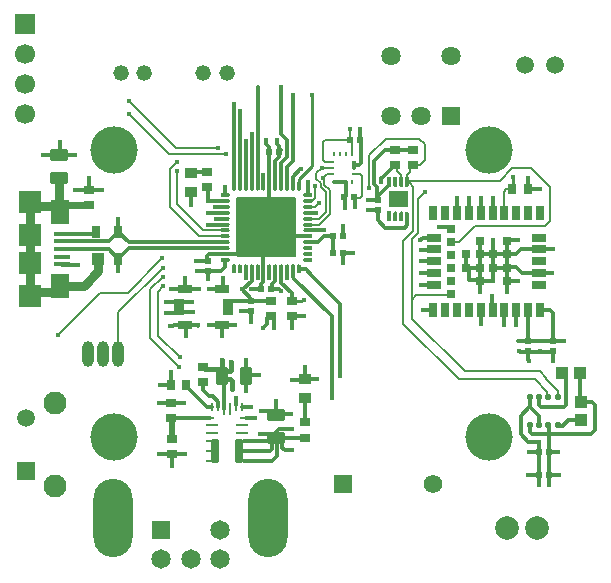
<source format=gtl>
G04*
G04 #@! TF.GenerationSoftware,Altium Limited,Altium Designer,20.2.8 (258)*
G04*
G04 Layer_Physical_Order=1*
G04 Layer_Color=255*
%FSLAX44Y44*%
%MOMM*%
G71*
G04*
G04 #@! TF.SameCoordinates,AB2164AD-3A94-489E-A7C9-C1E693429951*
G04*
G04*
G04 #@! TF.FilePolarity,Positive*
G04*
G01*
G75*
%ADD11C,0.2000*%
%ADD12C,0.2540*%
%ADD14C,0.3000*%
%ADD15R,0.5400X0.6000*%
%ADD16R,0.2499X0.4501*%
%ADD17R,0.4501X0.2499*%
%ADD18R,0.9500X1.4001*%
%ADD19R,1.1501X0.7501*%
%ADD20R,1.1501X0.7000*%
%ADD21R,0.7000X1.1501*%
%ADD22R,0.7000X0.7000*%
%ADD23R,0.9000X0.7000*%
G04:AMPARAMS|DCode=24|XSize=1.95mm|YSize=0.6mm|CornerRadius=0.03mm|HoleSize=0mm|Usage=FLASHONLY|Rotation=90.000|XOffset=0mm|YOffset=0mm|HoleType=Round|Shape=RoundedRectangle|*
%AMROUNDEDRECTD24*
21,1,1.9500,0.5400,0,0,90.0*
21,1,1.8900,0.6000,0,0,90.0*
1,1,0.0600,0.2700,0.9450*
1,1,0.0600,0.2700,-0.9450*
1,1,0.0600,-0.2700,-0.9450*
1,1,0.0600,-0.2700,0.9450*
%
%ADD24ROUNDEDRECTD24*%
G04:AMPARAMS|DCode=25|XSize=0.2499mm|YSize=0.7mm|CornerRadius=0.075mm|HoleSize=0mm|Usage=FLASHONLY|Rotation=0.000|XOffset=0mm|YOffset=0mm|HoleType=Round|Shape=RoundedRectangle|*
%AMROUNDEDRECTD25*
21,1,0.2499,0.5501,0,0,0.0*
21,1,0.1000,0.7000,0,0,0.0*
1,1,0.1500,0.0500,-0.2750*
1,1,0.1500,-0.0500,-0.2750*
1,1,0.1500,-0.0500,0.2750*
1,1,0.1500,0.0500,0.2750*
%
%ADD25ROUNDEDRECTD25*%
G04:AMPARAMS|DCode=26|XSize=0.2499mm|YSize=1.1001mm|CornerRadius=0.075mm|HoleSize=0mm|Usage=FLASHONLY|Rotation=0.000|XOffset=0mm|YOffset=0mm|HoleType=Round|Shape=RoundedRectangle|*
%AMROUNDEDRECTD26*
21,1,0.2499,0.9501,0,0,0.0*
21,1,0.1000,1.1001,0,0,0.0*
1,1,0.1500,0.0500,-0.4751*
1,1,0.1500,-0.0500,-0.4751*
1,1,0.1500,-0.0500,0.4751*
1,1,0.1500,0.0500,0.4751*
%
%ADD26ROUNDEDRECTD26*%
G04:AMPARAMS|DCode=27|XSize=0.2499mm|YSize=0.7mm|CornerRadius=0.075mm|HoleSize=0mm|Usage=FLASHONLY|Rotation=90.000|XOffset=0mm|YOffset=0mm|HoleType=Round|Shape=RoundedRectangle|*
%AMROUNDEDRECTD27*
21,1,0.2499,0.5501,0,0,90.0*
21,1,0.1000,0.7000,0,0,90.0*
1,1,0.1500,0.2750,0.0500*
1,1,0.1500,0.2750,-0.0500*
1,1,0.1500,-0.2750,-0.0500*
1,1,0.1500,-0.2750,0.0500*
%
%ADD27ROUNDEDRECTD27*%
G04:AMPARAMS|DCode=28|XSize=0.2499mm|YSize=1.1001mm|CornerRadius=0.075mm|HoleSize=0mm|Usage=FLASHONLY|Rotation=90.000|XOffset=0mm|YOffset=0mm|HoleType=Round|Shape=RoundedRectangle|*
%AMROUNDEDRECTD28*
21,1,0.2499,0.9501,0,0,90.0*
21,1,0.1000,1.1001,0,0,90.0*
1,1,0.1500,0.4751,0.0500*
1,1,0.1500,0.4751,-0.0500*
1,1,0.1500,-0.4751,-0.0500*
1,1,0.1500,-0.4751,0.0500*
%
%ADD28ROUNDEDRECTD28*%
G04:AMPARAMS|DCode=29|XSize=0.2799mm|YSize=0.65mm|CornerRadius=0.0042mm|HoleSize=0mm|Usage=FLASHONLY|Rotation=180.000|XOffset=0mm|YOffset=0mm|HoleType=Round|Shape=RoundedRectangle|*
%AMROUNDEDRECTD29*
21,1,0.2799,0.6416,0,0,180.0*
21,1,0.2715,0.6500,0,0,180.0*
1,1,0.0084,-0.1358,0.3208*
1,1,0.0084,0.1358,0.3208*
1,1,0.0084,0.1358,-0.3208*
1,1,0.0084,-0.1358,-0.3208*
%
%ADD29ROUNDEDRECTD29*%
G04:AMPARAMS|DCode=30|XSize=0.65mm|YSize=0.2799mm|CornerRadius=0.0042mm|HoleSize=0mm|Usage=FLASHONLY|Rotation=180.000|XOffset=0mm|YOffset=0mm|HoleType=Round|Shape=RoundedRectangle|*
%AMROUNDEDRECTD30*
21,1,0.6500,0.2715,0,0,180.0*
21,1,0.6416,0.2799,0,0,180.0*
1,1,0.0084,-0.3208,0.1358*
1,1,0.0084,0.3208,0.1358*
1,1,0.0084,0.3208,-0.1358*
1,1,0.0084,-0.3208,-0.1358*
%
%ADD30ROUNDEDRECTD30*%
G04:AMPARAMS|DCode=31|XSize=5mm|YSize=5mm|CornerRadius=0.075mm|HoleSize=0mm|Usage=FLASHONLY|Rotation=180.000|XOffset=0mm|YOffset=0mm|HoleType=Round|Shape=RoundedRectangle|*
%AMROUNDEDRECTD31*
21,1,5.0000,4.8500,0,0,180.0*
21,1,4.8500,5.0000,0,0,180.0*
1,1,0.1500,-2.4250,2.4250*
1,1,0.1500,2.4250,2.4250*
1,1,0.1500,2.4250,-2.4250*
1,1,0.1500,-2.4250,-2.4250*
%
%ADD31ROUNDEDRECTD31*%
G04:AMPARAMS|DCode=32|XSize=0.3mm|YSize=0.7mm|CornerRadius=0.0045mm|HoleSize=0mm|Usage=FLASHONLY|Rotation=0.000|XOffset=0mm|YOffset=0mm|HoleType=Round|Shape=RoundedRectangle|*
%AMROUNDEDRECTD32*
21,1,0.3000,0.6910,0,0,0.0*
21,1,0.2910,0.7000,0,0,0.0*
1,1,0.0090,0.1455,-0.3455*
1,1,0.0090,-0.1455,-0.3455*
1,1,0.0090,-0.1455,0.3455*
1,1,0.0090,0.1455,0.3455*
%
%ADD32ROUNDEDRECTD32*%
G04:AMPARAMS|DCode=33|XSize=0.3mm|YSize=0.8499mm|CornerRadius=0.0045mm|HoleSize=0mm|Usage=FLASHONLY|Rotation=0.000|XOffset=0mm|YOffset=0mm|HoleType=Round|Shape=RoundedRectangle|*
%AMROUNDEDRECTD33*
21,1,0.3000,0.8409,0,0,0.0*
21,1,0.2910,0.8499,0,0,0.0*
1,1,0.0090,0.1455,-0.4204*
1,1,0.0090,-0.1455,-0.4204*
1,1,0.0090,-0.1455,0.4204*
1,1,0.0090,0.1455,0.4204*
%
%ADD33ROUNDEDRECTD33*%
G04:AMPARAMS|DCode=34|XSize=1.6mm|YSize=1.4001mm|CornerRadius=0.021mm|HoleSize=0mm|Usage=FLASHONLY|Rotation=0.000|XOffset=0mm|YOffset=0mm|HoleType=Round|Shape=RoundedRectangle|*
%AMROUNDEDRECTD34*
21,1,1.6000,1.3581,0,0,0.0*
21,1,1.5579,1.4001,0,0,0.0*
1,1,0.0420,0.7790,-0.6790*
1,1,0.0420,-0.7790,-0.6790*
1,1,0.0420,-0.7790,0.6790*
1,1,0.0420,0.7790,0.6790*
%
%ADD34ROUNDEDRECTD34*%
G04:AMPARAMS|DCode=35|XSize=0.5mm|YSize=0.5mm|CornerRadius=0.0625mm|HoleSize=0mm|Usage=FLASHONLY|Rotation=90.000|XOffset=0mm|YOffset=0mm|HoleType=Round|Shape=RoundedRectangle|*
%AMROUNDEDRECTD35*
21,1,0.5000,0.3750,0,0,90.0*
21,1,0.3750,0.5000,0,0,90.0*
1,1,0.1250,0.1875,0.1875*
1,1,0.1250,0.1875,-0.1875*
1,1,0.1250,-0.1875,-0.1875*
1,1,0.1250,-0.1875,0.1875*
%
%ADD35ROUNDEDRECTD35*%
G04:AMPARAMS|DCode=36|XSize=2.1001mm|YSize=1.6mm|CornerRadius=0.024mm|HoleSize=0mm|Usage=FLASHONLY|Rotation=90.000|XOffset=0mm|YOffset=0mm|HoleType=Round|Shape=RoundedRectangle|*
%AMROUNDEDRECTD36*
21,1,2.1001,1.5520,0,0,90.0*
21,1,2.0521,1.6000,0,0,90.0*
1,1,0.0480,0.7760,1.0260*
1,1,0.0480,0.7760,-1.0260*
1,1,0.0480,-0.7760,-1.0260*
1,1,0.0480,-0.7760,1.0260*
%
%ADD36ROUNDEDRECTD36*%
G04:AMPARAMS|DCode=37|XSize=1.8001mm|YSize=1.8999mm|CornerRadius=0.027mm|HoleSize=0mm|Usage=FLASHONLY|Rotation=90.000|XOffset=0mm|YOffset=0mm|HoleType=Round|Shape=RoundedRectangle|*
%AMROUNDEDRECTD37*
21,1,1.8001,1.8459,0,0,90.0*
21,1,1.7461,1.8999,0,0,90.0*
1,1,0.0540,0.9230,0.8730*
1,1,0.0540,0.9230,-0.8730*
1,1,0.0540,-0.9230,-0.8730*
1,1,0.0540,-0.9230,0.8730*
%
%ADD37ROUNDEDRECTD37*%
G04:AMPARAMS|DCode=38|XSize=1.8999mm|YSize=1.8999mm|CornerRadius=0.0285mm|HoleSize=0mm|Usage=FLASHONLY|Rotation=90.000|XOffset=0mm|YOffset=0mm|HoleType=Round|Shape=RoundedRectangle|*
%AMROUNDEDRECTD38*
21,1,1.8999,1.8429,0,0,90.0*
21,1,1.8429,1.8999,0,0,90.0*
1,1,0.0570,0.9215,0.9215*
1,1,0.0570,0.9215,-0.9215*
1,1,0.0570,-0.9215,-0.9215*
1,1,0.0570,-0.9215,0.9215*
%
%ADD38ROUNDEDRECTD38*%
G04:AMPARAMS|DCode=39|XSize=0.4001mm|YSize=1.35mm|CornerRadius=0.006mm|HoleSize=0mm|Usage=FLASHONLY|Rotation=90.000|XOffset=0mm|YOffset=0mm|HoleType=Round|Shape=RoundedRectangle|*
%AMROUNDEDRECTD39*
21,1,0.4001,1.3380,0,0,90.0*
21,1,0.3881,1.3500,0,0,90.0*
1,1,0.0120,0.6690,0.1940*
1,1,0.0120,0.6690,-0.1940*
1,1,0.0120,-0.6690,-0.1940*
1,1,0.0120,-0.6690,0.1940*
%
%ADD39ROUNDEDRECTD39*%
G04:AMPARAMS|DCode=40|XSize=1mm|YSize=1mm|CornerRadius=0.015mm|HoleSize=0mm|Usage=FLASHONLY|Rotation=90.000|XOffset=0mm|YOffset=0mm|HoleType=Round|Shape=RoundedRectangle|*
%AMROUNDEDRECTD40*
21,1,1.0000,0.9700,0,0,90.0*
21,1,0.9700,1.0000,0,0,90.0*
1,1,0.0300,0.4850,0.4850*
1,1,0.0300,0.4850,-0.4850*
1,1,0.0300,-0.4850,-0.4850*
1,1,0.0300,-0.4850,0.4850*
%
%ADD40ROUNDEDRECTD40*%
G04:AMPARAMS|DCode=41|XSize=1mm|YSize=0.6mm|CornerRadius=0.009mm|HoleSize=0mm|Usage=FLASHONLY|Rotation=90.000|XOffset=0mm|YOffset=0mm|HoleType=Round|Shape=RoundedRectangle|*
%AMROUNDEDRECTD41*
21,1,1.0000,0.5820,0,0,90.0*
21,1,0.9820,0.6000,0,0,90.0*
1,1,0.0180,0.2910,0.4910*
1,1,0.0180,0.2910,-0.4910*
1,1,0.0180,-0.2910,-0.4910*
1,1,0.0180,-0.2910,0.4910*
%
%ADD41ROUNDEDRECTD41*%
G04:AMPARAMS|DCode=42|XSize=0.8999mm|YSize=0.95mm|CornerRadius=0.0135mm|HoleSize=0mm|Usage=FLASHONLY|Rotation=270.000|XOffset=0mm|YOffset=0mm|HoleType=Round|Shape=RoundedRectangle|*
%AMROUNDEDRECTD42*
21,1,0.8999,0.9230,0,0,270.0*
21,1,0.8729,0.9500,0,0,270.0*
1,1,0.0270,-0.4615,-0.4365*
1,1,0.0270,-0.4615,0.4365*
1,1,0.0270,0.4615,0.4365*
1,1,0.0270,0.4615,-0.4365*
%
%ADD42ROUNDEDRECTD42*%
G04:AMPARAMS|DCode=43|XSize=0.95mm|YSize=1.4501mm|CornerRadius=0.0143mm|HoleSize=0mm|Usage=FLASHONLY|Rotation=90.000|XOffset=0mm|YOffset=0mm|HoleType=Round|Shape=RoundedRectangle|*
%AMROUNDEDRECTD43*
21,1,0.9500,1.4216,0,0,90.0*
21,1,0.9215,1.4501,0,0,90.0*
1,1,0.0285,0.7108,0.4607*
1,1,0.0285,0.7108,-0.4607*
1,1,0.0285,-0.7108,-0.4607*
1,1,0.0285,-0.7108,0.4607*
%
%ADD43ROUNDEDRECTD43*%
G04:AMPARAMS|DCode=44|XSize=0.95mm|YSize=1.4501mm|CornerRadius=0.0143mm|HoleSize=0mm|Usage=FLASHONLY|Rotation=180.000|XOffset=0mm|YOffset=0mm|HoleType=Round|Shape=RoundedRectangle|*
%AMROUNDEDRECTD44*
21,1,0.9500,1.4216,0,0,180.0*
21,1,0.9215,1.4501,0,0,180.0*
1,1,0.0285,-0.4607,0.7108*
1,1,0.0285,0.4607,0.7108*
1,1,0.0285,0.4607,-0.7108*
1,1,0.0285,-0.4607,-0.7108*
%
%ADD44ROUNDEDRECTD44*%
%ADD45R,0.6000X0.5400*%
%ADD46R,0.7000X0.9000*%
%ADD47R,1.0200X1.0400*%
%ADD48R,1.0400X1.0200*%
%ADD83C,1.5748*%
%ADD84R,1.5748X1.5748*%
%ADD87C,1.3208*%
%ADD91C,0.4000*%
%ADD92C,0.8000*%
%ADD93C,0.5000*%
%ADD94C,0.6000*%
%ADD95C,1.7000*%
%ADD96R,1.7000X1.7000*%
%ADD97C,2.0000*%
%ADD98C,1.5000*%
%ADD99C,1.9500*%
%ADD100R,1.5080X1.5080*%
%ADD101C,1.5080*%
%ADD102O,3.3160X6.6320*%
%ADD103C,1.6500*%
%ADD104R,1.6500X1.6500*%
%ADD105R,1.6350X1.6350*%
%ADD106C,1.6350*%
%ADD107O,1.0000X2.2000*%
%ADD108C,4.0000*%
%ADD109C,0.4000*%
G36*
X659750Y524250D02*
Y523971D01*
X659537Y523457D01*
X659143Y523063D01*
X658629Y522850D01*
X657871D01*
X657357Y523063D01*
X656963Y523457D01*
X656750Y523971D01*
Y524250D01*
Y531250D01*
X659750D01*
Y524250D01*
D02*
G37*
G36*
X654751D02*
Y523971D01*
X654538Y523457D01*
X654144Y523063D01*
X653630Y522850D01*
X652872D01*
X652358Y523063D01*
X651964Y523457D01*
X651751Y523971D01*
Y524250D01*
Y531250D01*
X654751D01*
Y524250D01*
D02*
G37*
G36*
X649750D02*
Y523971D01*
X649537Y523457D01*
X649143Y523063D01*
X648629Y522850D01*
X647871D01*
X647357Y523063D01*
X646963Y523457D01*
X646750Y523971D01*
Y524250D01*
Y531250D01*
X649750D01*
Y524250D01*
D02*
G37*
G36*
X644751D02*
Y523971D01*
X644538Y523457D01*
X644144Y523063D01*
X643630Y522850D01*
X642872D01*
X642358Y523063D01*
X641964Y523457D01*
X641751Y523971D01*
Y524250D01*
Y531250D01*
X644751D01*
Y524250D01*
D02*
G37*
G36*
X567599Y520348D02*
Y520180D01*
X567470Y519868D01*
X567231Y519629D01*
X566920Y519500D01*
X566751D01*
X566582Y519500D01*
X566269Y519629D01*
X566030Y519867D01*
X565900Y520179D01*
X565900Y520348D01*
X565900Y520348D01*
Y526749D01*
X567599D01*
Y520348D01*
D02*
G37*
G36*
X562600Y520348D02*
X562600Y520179D01*
X562470Y519867D01*
X562231Y519629D01*
X561918Y519500D01*
X561749Y519500D01*
X561581Y519500D01*
X561269Y519629D01*
X561030Y519868D01*
X560901Y520180D01*
Y520348D01*
Y526749D01*
X562600D01*
Y520348D01*
D02*
G37*
G36*
X557599Y520348D02*
Y520180D01*
X557470Y519868D01*
X557231Y519629D01*
X556920Y519500D01*
X556751D01*
X556582Y519500D01*
X556269Y519629D01*
X556030Y519867D01*
X555900Y520179D01*
X555900Y520348D01*
X555900Y520348D01*
Y526749D01*
X557599D01*
Y520348D01*
D02*
G37*
G36*
X552600Y520348D02*
X552600Y520179D01*
X552470Y519867D01*
X552231Y519629D01*
X551918Y519500D01*
X551749Y519500D01*
X551581Y519500D01*
X551269Y519629D01*
X551030Y519868D01*
X550901Y520180D01*
Y520348D01*
Y526749D01*
X552600D01*
Y520348D01*
D02*
G37*
G36*
X547599Y520348D02*
Y520180D01*
X547470Y519868D01*
X547231Y519629D01*
X546920Y519500D01*
X546751D01*
X546582Y519500D01*
X546269Y519629D01*
X546030Y519867D01*
X545900Y520179D01*
X545900Y520348D01*
X545900Y520348D01*
Y526749D01*
X547599D01*
Y520348D01*
D02*
G37*
G36*
X542600Y520348D02*
X542600Y520179D01*
X542470Y519867D01*
X542231Y519629D01*
X541918Y519500D01*
X541749Y519500D01*
X541581Y519500D01*
X541269Y519629D01*
X541030Y519868D01*
X540901Y520180D01*
Y520348D01*
Y526749D01*
X542600D01*
Y520348D01*
D02*
G37*
G36*
X537599Y520348D02*
Y520180D01*
X537470Y519868D01*
X537231Y519629D01*
X536920Y519500D01*
X536751D01*
X536582Y519500D01*
X536269Y519629D01*
X536030Y519867D01*
X535900Y520179D01*
X535900Y520348D01*
X535900Y520348D01*
Y526749D01*
X537599D01*
Y520348D01*
D02*
G37*
G36*
X532600Y520348D02*
X532600Y520179D01*
X532470Y519867D01*
X532231Y519629D01*
X531918Y519500D01*
X531749Y519500D01*
X531581Y519500D01*
X531269Y519629D01*
X531030Y519868D01*
X530901Y520180D01*
Y520348D01*
Y526749D01*
X532600D01*
Y520348D01*
D02*
G37*
G36*
X527599Y520348D02*
Y520180D01*
X527470Y519868D01*
X527231Y519629D01*
X526920Y519500D01*
X526751D01*
X526582Y519500D01*
X526269Y519629D01*
X526030Y519867D01*
X525900Y520179D01*
X525900Y520348D01*
X525900Y520348D01*
Y526749D01*
X527599D01*
Y520348D01*
D02*
G37*
G36*
X522600Y520348D02*
X522600Y520179D01*
X522470Y519867D01*
X522231Y519629D01*
X521918Y519500D01*
X521750Y519500D01*
X521581Y519500D01*
X521269Y519629D01*
X521030Y519868D01*
X520901Y520180D01*
Y520348D01*
Y526749D01*
X522600D01*
Y520348D01*
D02*
G37*
G36*
X517599Y520348D02*
Y520180D01*
X517470Y519868D01*
X517231Y519629D01*
X516920Y519500D01*
X516751D01*
X516582Y519500D01*
X516269Y519629D01*
X516030Y519867D01*
X515900Y520179D01*
X515900Y520348D01*
X515900Y520348D01*
Y526749D01*
X517599D01*
Y520348D01*
D02*
G37*
G36*
X512600Y520348D02*
X512600Y520179D01*
X512470Y519867D01*
X512231Y519629D01*
X511919Y519500D01*
X511750Y519500D01*
X511581Y519500D01*
X511269Y519629D01*
X511030Y519868D01*
X510901Y520180D01*
Y520348D01*
Y526749D01*
X512600D01*
Y520348D01*
D02*
G37*
G36*
X577500Y515149D02*
X571099Y515149D01*
X570930Y515149D01*
X570618Y515279D01*
X570379Y515518D01*
X570251Y515831D01*
X570251Y516000D01*
X570251Y516169D01*
X570380Y516480D01*
X570619Y516719D01*
X570930Y516848D01*
X577500D01*
Y515149D01*
D02*
G37*
G36*
X507882Y516719D02*
X508120Y516480D01*
X508249Y516169D01*
Y516000D01*
X508250Y515831D01*
X508121Y515518D01*
X507882Y515279D01*
X507570Y515149D01*
X507401Y515149D01*
Y515149D01*
X501000D01*
Y516848D01*
X507570D01*
X507882Y516719D01*
D02*
G37*
G36*
X577500Y510150D02*
X570930D01*
X570619Y510279D01*
X570380Y510518D01*
X570251Y510830D01*
Y510999D01*
X570251Y511168D01*
X570379Y511480D01*
X570618Y511720D01*
X570930Y511849D01*
X571099Y511850D01*
X577500D01*
Y510150D01*
D02*
G37*
G36*
X507570Y511849D02*
X507882Y511720D01*
X508121Y511480D01*
X508250Y511168D01*
X508249Y510999D01*
Y510830D01*
X508120Y510518D01*
X507882Y510279D01*
X507570Y510150D01*
X501000D01*
Y511850D01*
X507401D01*
X507570Y511849D01*
D02*
G37*
G36*
X658752Y505500D02*
X642750D01*
Y519500D01*
X658752D01*
Y505500D01*
D02*
G37*
G36*
X577500Y505149D02*
X571099Y505149D01*
X570930Y505149D01*
X570618Y505279D01*
X570379Y505518D01*
X570251Y505831D01*
X570251Y506000D01*
X570251Y506169D01*
X570380Y506480D01*
X570619Y506719D01*
X570930Y506848D01*
X577500D01*
Y505149D01*
D02*
G37*
G36*
X507882Y506719D02*
X508120Y506480D01*
X508249Y506169D01*
Y506000D01*
X508250Y505831D01*
X508121Y505518D01*
X507882Y505279D01*
X507570Y505149D01*
X507401Y505149D01*
Y505149D01*
X501000D01*
Y506848D01*
X507570D01*
X507882Y506719D01*
D02*
G37*
G36*
X577500Y500150D02*
X570930D01*
X570619Y500280D01*
X570380Y500518D01*
X570251Y500830D01*
Y500999D01*
X570251Y501168D01*
X570379Y501480D01*
X570618Y501720D01*
X570930Y501849D01*
X571099Y501850D01*
X577500D01*
Y500150D01*
D02*
G37*
G36*
X507570Y501849D02*
X507882Y501720D01*
X508121Y501480D01*
X508250Y501168D01*
X508249Y500999D01*
Y500830D01*
X508120Y500518D01*
X507882Y500280D01*
X507570Y500150D01*
X501000D01*
Y501850D01*
X507401D01*
X507570Y501849D01*
D02*
G37*
G36*
X577500Y495149D02*
X571099Y495149D01*
X570930Y495149D01*
X570618Y495279D01*
X570379Y495518D01*
X570251Y495831D01*
X570251Y496000D01*
X570251Y496169D01*
X570380Y496480D01*
X570619Y496719D01*
X570930Y496848D01*
X577500D01*
Y495149D01*
D02*
G37*
G36*
X507882Y496719D02*
X508120Y496480D01*
X508249Y496169D01*
Y496000D01*
X508250Y495831D01*
X508121Y495518D01*
X507882Y495279D01*
X507570Y495149D01*
X507401Y495149D01*
Y495149D01*
X501000D01*
Y496848D01*
X507570D01*
X507882Y496719D01*
D02*
G37*
G36*
X644782Y493767D02*
X641734D01*
Y502276D01*
X644782D01*
Y493767D01*
D02*
G37*
G36*
X659143Y501936D02*
X659537Y501543D01*
X659750Y501028D01*
Y500750D01*
Y493750D01*
X656750D01*
Y500750D01*
Y501028D01*
X656963Y501543D01*
X657357Y501936D01*
X657871Y502149D01*
X658629D01*
X659143Y501936D01*
D02*
G37*
G36*
X654144D02*
X654538Y501543D01*
X654751Y501028D01*
Y500750D01*
Y493750D01*
X651751D01*
Y500750D01*
Y501028D01*
X651964Y501543D01*
X652358Y501936D01*
X652872Y502149D01*
X653630D01*
X654144Y501936D01*
D02*
G37*
G36*
X649143D02*
X649537Y501543D01*
X649750Y501028D01*
Y500750D01*
Y493750D01*
X646750D01*
Y500750D01*
Y501028D01*
X646963Y501543D01*
X647357Y501936D01*
X647871Y502149D01*
X648629D01*
X649143Y501936D01*
D02*
G37*
G36*
X577500Y490150D02*
X570930D01*
X570619Y490280D01*
X570380Y490518D01*
X570251Y490830D01*
Y490999D01*
X570251Y491168D01*
X570379Y491480D01*
X570618Y491720D01*
X570930Y491849D01*
X571099Y491850D01*
X577500D01*
Y490150D01*
D02*
G37*
G36*
X507570Y491849D02*
X507882Y491720D01*
X508121Y491480D01*
X508250Y491168D01*
X508249Y490999D01*
Y490830D01*
X508120Y490518D01*
X507882Y490280D01*
X507570Y490150D01*
X501000D01*
Y491850D01*
X507401D01*
X507570Y491849D01*
D02*
G37*
G36*
X577500Y485149D02*
X571099Y485149D01*
X570930Y485149D01*
X570618Y485279D01*
X570379Y485518D01*
X570251Y485831D01*
X570251Y486000D01*
X570251Y486169D01*
X570380Y486480D01*
X570619Y486719D01*
X570930Y486848D01*
X577500D01*
Y485149D01*
D02*
G37*
G36*
X507882Y486719D02*
X508120Y486480D01*
X508249Y486169D01*
Y486000D01*
X508250Y485831D01*
X508121Y485518D01*
X507882Y485279D01*
X507570Y485149D01*
X507401Y485149D01*
Y485149D01*
X501000D01*
Y486848D01*
X507570D01*
X507882Y486719D01*
D02*
G37*
G36*
X577500Y480150D02*
X570930D01*
X570619Y480280D01*
X570380Y480518D01*
X570251Y480830D01*
Y480999D01*
X570251Y481168D01*
X570379Y481480D01*
X570618Y481720D01*
X570930Y481849D01*
X571099Y481850D01*
X577500D01*
Y480150D01*
D02*
G37*
G36*
X507570Y481849D02*
X507882Y481720D01*
X508121Y481480D01*
X508250Y481168D01*
X508249Y480999D01*
Y480830D01*
X508120Y480518D01*
X507882Y480280D01*
X507570Y480150D01*
X501000D01*
Y481850D01*
X507401D01*
X507570Y481849D01*
D02*
G37*
G36*
X577500Y475149D02*
X571099Y475149D01*
X570930Y475149D01*
X570618Y475279D01*
X570379Y475518D01*
X570251Y475831D01*
X570251Y476000D01*
X570251Y476169D01*
X570380Y476481D01*
X570619Y476719D01*
X570930Y476848D01*
X577500D01*
Y475149D01*
D02*
G37*
G36*
X507882Y476719D02*
X508120Y476481D01*
X508249Y476169D01*
Y476000D01*
X508250Y475831D01*
X508121Y475518D01*
X507882Y475279D01*
X507570Y475149D01*
X507401Y475149D01*
Y475149D01*
X501000D01*
Y476848D01*
X507570D01*
X507882Y476719D01*
D02*
G37*
G36*
X577500Y470150D02*
X570930D01*
X570619Y470280D01*
X570380Y470518D01*
X570251Y470830D01*
Y470999D01*
X570251Y471168D01*
X570379Y471480D01*
X570618Y471720D01*
X570930Y471849D01*
X571099Y471850D01*
X577500D01*
Y470150D01*
D02*
G37*
G36*
X507570Y471849D02*
X507882Y471720D01*
X508121Y471480D01*
X508250Y471168D01*
X508249Y470999D01*
Y470830D01*
X508120Y470518D01*
X507882Y470280D01*
X507570Y470150D01*
X501000D01*
Y471850D01*
X507401D01*
X507570Y471849D01*
D02*
G37*
G36*
X577500Y465149D02*
X571150D01*
X571099Y465149D01*
X570930Y465149D01*
X570618Y465279D01*
X570379Y465519D01*
X570251Y465831D01*
X570251Y466000D01*
X570251Y466169D01*
X570380Y466481D01*
X570619Y466719D01*
X570930Y466848D01*
X577500D01*
Y465149D01*
D02*
G37*
G36*
X507882Y466719D02*
X508120Y466481D01*
X508249Y466169D01*
Y466000D01*
X508250Y465831D01*
X508121Y465519D01*
X507882Y465279D01*
X507570Y465149D01*
X507401Y465149D01*
Y465149D01*
X501000D01*
Y466848D01*
X507570D01*
X507882Y466719D01*
D02*
G37*
G36*
X564500Y463249D02*
X514000D01*
Y513750D01*
X564500D01*
Y463249D01*
D02*
G37*
G36*
X577500Y460150D02*
X570930D01*
X570619Y460280D01*
X570380Y460518D01*
X570251Y460830D01*
Y460999D01*
X570251Y461168D01*
X570379Y461480D01*
X570618Y461720D01*
X570930Y461849D01*
X571099Y461850D01*
X577500D01*
Y460150D01*
D02*
G37*
G36*
X507570Y461849D02*
X507882Y461720D01*
X508121Y461480D01*
X508250Y461168D01*
X508249Y460999D01*
Y460830D01*
X508120Y460518D01*
X507882Y460280D01*
X507570Y460150D01*
X501000D01*
Y461850D01*
X507401D01*
X507570Y461849D01*
D02*
G37*
G36*
X566751Y457499D02*
X566920D01*
X567231Y457369D01*
X567470Y457131D01*
X567599Y456819D01*
Y456650D01*
Y450249D01*
X565900D01*
X565900Y456650D01*
X565900Y456819D01*
X566030Y457131D01*
X566269Y457370D01*
X566582Y457499D01*
X566751Y457499D01*
D02*
G37*
G36*
X562231Y457370D02*
X562470Y457131D01*
X562600Y456819D01*
X562600Y456650D01*
Y450249D01*
X560901D01*
Y456650D01*
Y456819D01*
X561030Y457131D01*
X561269Y457369D01*
X561581Y457499D01*
X561749D01*
X561918Y457499D01*
X562231Y457370D01*
D02*
G37*
G36*
X556751Y457499D02*
X556920D01*
X557231Y457369D01*
X557470Y457131D01*
X557599Y456819D01*
Y456650D01*
Y450249D01*
X555900D01*
X555900Y456650D01*
X555900Y456819D01*
X556030Y457131D01*
X556269Y457370D01*
X556582Y457499D01*
X556751Y457499D01*
D02*
G37*
G36*
X552231Y457370D02*
X552470Y457131D01*
X552600Y456819D01*
X552600Y456650D01*
Y450249D01*
X550901D01*
Y456650D01*
Y456819D01*
X551030Y457131D01*
X551269Y457369D01*
X551581Y457499D01*
X551749D01*
X551918Y457499D01*
X552231Y457370D01*
D02*
G37*
G36*
X546751Y457499D02*
X546920D01*
X547231Y457369D01*
X547470Y457131D01*
X547599Y456819D01*
Y456650D01*
Y450249D01*
X545900D01*
X545900Y456650D01*
X545900Y456819D01*
X546030Y457131D01*
X546269Y457370D01*
X546582Y457499D01*
X546751Y457499D01*
D02*
G37*
G36*
X542231Y457370D02*
X542470Y457131D01*
X542600Y456819D01*
X542600Y456650D01*
Y450249D01*
X540901D01*
Y456650D01*
Y456819D01*
X541030Y457131D01*
X541269Y457369D01*
X541581Y457499D01*
X541749D01*
X541918Y457499D01*
X542231Y457370D01*
D02*
G37*
G36*
X536751Y457499D02*
X536920D01*
X537231Y457369D01*
X537470Y457131D01*
X537599Y456819D01*
Y456650D01*
Y450249D01*
X535900D01*
X535900Y456650D01*
X535900Y456819D01*
X536030Y457131D01*
X536269Y457370D01*
X536582Y457499D01*
X536751Y457499D01*
D02*
G37*
G36*
X532231Y457370D02*
X532470Y457131D01*
X532600Y456819D01*
X532600Y456650D01*
Y450249D01*
X530901D01*
Y456650D01*
Y456819D01*
X531030Y457131D01*
X531269Y457369D01*
X531581Y457499D01*
X531749D01*
X531918Y457499D01*
X532231Y457370D01*
D02*
G37*
G36*
X526751Y457499D02*
X526920D01*
X527231Y457369D01*
X527470Y457131D01*
X527599Y456819D01*
Y456650D01*
Y450249D01*
X525900D01*
X525900Y456650D01*
X525900Y456819D01*
X526030Y457131D01*
X526269Y457370D01*
X526582Y457499D01*
X526751Y457499D01*
D02*
G37*
G36*
X522231Y457370D02*
X522470Y457131D01*
X522600Y456819D01*
X522600Y456650D01*
Y450249D01*
X520901D01*
Y456650D01*
Y456819D01*
X521030Y457131D01*
X521269Y457369D01*
X521581Y457499D01*
X521749D01*
X521918Y457499D01*
X522231Y457370D01*
D02*
G37*
G36*
X516751Y457499D02*
X516920D01*
X517231Y457369D01*
X517470Y457131D01*
X517599Y456819D01*
Y456650D01*
Y450249D01*
X515900D01*
X515900Y456650D01*
X515900Y456819D01*
X516030Y457131D01*
X516269Y457370D01*
X516582Y457499D01*
X516751Y457499D01*
D02*
G37*
G36*
X512231Y457370D02*
X512470Y457131D01*
X512600Y456819D01*
X512600Y456650D01*
Y450249D01*
X510901D01*
Y456650D01*
Y456819D01*
X511030Y457131D01*
X511269Y457369D01*
X511581Y457499D01*
X511749D01*
X511919Y457499D01*
X512231Y457370D01*
D02*
G37*
D11*
X590250Y534000D02*
X593250D01*
X587000Y530500D02*
Y530750D01*
X590250Y534000D01*
X586750Y530500D02*
X588250Y529000D01*
X581500Y529750D02*
X585250Y526000D01*
X581500Y529750D02*
Y534250D01*
X586000Y538750D01*
X662500Y478500D02*
X667750Y483750D01*
X610250Y570500D02*
Y571500D01*
X610215Y570465D02*
X610250Y570500D01*
X576250Y511000D02*
X578250D01*
X580750Y513500D02*
Y523500D01*
X578250Y511000D02*
X580750Y513500D01*
X584000Y509250D02*
Y509500D01*
X574250Y506250D02*
X574500Y506000D01*
X580750D02*
X584000Y509250D01*
X413950Y417200D02*
X451272Y454522D01*
X742500Y520750D02*
X747750D01*
X503500Y481250D02*
X503750Y481000D01*
X482500Y481250D02*
X503500D01*
X457750Y506000D02*
X482500Y481250D01*
X457750Y506000D02*
Y538250D01*
X463500Y544000D01*
X485500Y486000D02*
X502500D01*
X463500Y508000D02*
X485500Y486000D01*
X463500Y508000D02*
Y536000D01*
X475250Y534500D02*
X476250Y535500D01*
X489500Y511500D02*
X489750Y511250D01*
X456750Y550750D02*
X463000D01*
X505250D01*
X666250Y431250D02*
X696000D01*
X463000Y555500D02*
X498250D01*
X588250Y524421D02*
Y529000D01*
X536750Y523750D02*
X537000Y523500D01*
X440750Y436000D02*
X451522Y446772D01*
X440750Y394750D02*
Y436000D01*
X447250Y434250D02*
X451522Y438522D01*
X447250Y397000D02*
Y434250D01*
Y397000D02*
X465750Y378500D01*
X451272Y454272D02*
Y454522D01*
X413950Y381700D02*
Y417200D01*
X421750Y433250D02*
X450362Y461862D01*
X398500Y433250D02*
X421750D01*
X363000Y397750D02*
X398500Y433250D01*
X521500Y524250D02*
X521750Y524500D01*
X526500Y523750D02*
X526750Y524000D01*
X422750Y595750D02*
X463000Y555500D01*
X440750Y394750D02*
X465500Y370000D01*
X423000Y584500D02*
X456750Y550750D01*
X626500Y522000D02*
Y549750D01*
X640500Y563750D01*
X668750D01*
X673250Y559250D01*
Y545500D02*
Y559250D01*
X669000Y541250D02*
X673250Y545500D01*
X663000Y541250D02*
X669000D01*
X667750Y483750D02*
Y512750D01*
X673500Y518500D01*
X673500D02*
X673500D01*
X649500Y536500D02*
Y539750D01*
Y536500D02*
X653250Y532750D01*
Y527750D02*
Y532750D01*
X661000Y535750D02*
Y540000D01*
X658251Y533001D02*
X661000Y535750D01*
X658251Y527750D02*
Y533001D01*
X736750Y527750D02*
X747500Y538500D01*
X658251Y527750D02*
X736750D01*
X658500Y525750D02*
X660750D01*
X663500Y523000D01*
Y485250D02*
Y523000D01*
X658251Y525999D02*
Y527750D01*
X655250Y477000D02*
X663500Y485250D01*
X662500Y427500D02*
Y478500D01*
X655250Y407000D02*
Y477000D01*
X662500Y411250D02*
Y427500D01*
X763500Y538500D02*
X779000Y523000D01*
X775250Y490000D02*
X779000Y493750D01*
Y523000D01*
X716000Y490000D02*
X775250D01*
X702500Y476500D02*
X716000Y490000D01*
X747500Y538500D02*
X763500D01*
X740670Y518920D02*
X742500Y520750D01*
X740670Y501139D02*
Y518920D01*
X655250Y407000D02*
X702250Y360000D01*
X662500Y411250D02*
X707000Y366750D01*
X770500D01*
X702250Y360000D02*
X766250D01*
X777126Y349124D01*
X662500Y427500D02*
X666250Y431250D01*
X770500Y366750D02*
X776250Y361000D01*
X585250Y523178D02*
X589750Y518678D01*
X585250Y523178D02*
Y526000D01*
X588250Y524421D02*
X592750Y519921D01*
X586000Y538750D02*
X586250Y538500D01*
X586000Y538750D02*
X594500D01*
X583750Y491000D02*
X592750Y500000D01*
X576250Y491000D02*
X583750D01*
X592750Y500000D02*
Y519921D01*
X576000Y496000D02*
X583750D01*
X589750Y502000D01*
Y518678D01*
X697000Y476500D02*
X702500D01*
X696250Y477250D02*
X697000Y476500D01*
X777126Y345874D02*
X778000Y345000D01*
X777126Y345874D02*
Y349124D01*
X776250Y360114D02*
X786000Y350364D01*
Y345000D02*
Y350364D01*
X776250Y360114D02*
Y361000D01*
X504000Y516399D02*
X504150Y516250D01*
X504250D01*
X574500Y506000D02*
X580750D01*
X594500Y533749D02*
X594749Y533999D01*
X594500Y538750D02*
X594749Y539000D01*
X609250Y562750D02*
X609500Y563000D01*
X589257Y562750D02*
X609250D01*
X587500Y545759D02*
Y560993D01*
X589257Y562750D01*
Y544001D02*
X594749D01*
X587500Y545759D02*
X589257Y544001D01*
X610000Y563750D02*
X610215Y563965D01*
Y570465D01*
X653250Y527750D02*
X653250Y527750D01*
X620250Y515257D02*
Y532241D01*
X615250Y513500D02*
X618493D01*
X620250Y515257D01*
X613251Y533999D02*
X618493D01*
X620250Y532241D01*
X611501Y550750D02*
Y561749D01*
D12*
X569750Y426750D02*
X571000D01*
X569625Y426625D02*
X569750Y426750D01*
X577500Y540250D02*
Y600750D01*
X566751Y529501D02*
X577500Y540250D01*
X566751Y523749D02*
Y529501D01*
X561500Y426500D02*
X561625Y426625D01*
X569625D01*
X747625Y522875D02*
Y529875D01*
D14*
X414000Y451750D02*
Y461000D01*
Y451750D02*
Y461000D01*
X405750Y470250D02*
X414000Y462000D01*
X413750Y494500D02*
X414000Y494250D01*
Y485002D02*
Y494250D01*
X479500Y460250D02*
X488750D01*
X489000Y460500D01*
X423003Y476000D02*
X504000D01*
X414000Y485002D02*
X423003Y476000D01*
X422999Y470999D02*
X504000D01*
X414000Y462000D02*
X422999Y470999D01*
X366000Y470250D02*
X405750D01*
X405748Y476750D02*
X414000Y485002D01*
X366000Y476750D02*
X405748D01*
X560750Y413250D02*
X561250Y412750D01*
X561750Y413250D02*
X562000Y413500D01*
X571000D01*
X458000Y405500D02*
X460500D01*
X632500Y513320D02*
Y523000D01*
X630000Y525500D02*
Y545000D01*
Y525500D02*
X632500Y523000D01*
X636250Y526750D02*
Y530000D01*
X630000Y545000D02*
X639500Y554500D01*
X636250Y530000D02*
X637000Y530750D01*
X639500Y554500D02*
X663750D01*
X633750Y512070D02*
Y515000D01*
X536750Y523750D02*
Y532750D01*
X531750Y523750D02*
Y607250D01*
X760750Y279000D02*
X762500D01*
X750750Y406000D02*
Y408580D01*
X740750Y406250D02*
Y408080D01*
X740500Y408330D02*
X740750Y408080D01*
X720750Y406500D02*
Y408500D01*
X475500Y507250D02*
Y518250D01*
X561250Y359750D02*
X563133D01*
X563191Y359691D01*
X571750Y361250D02*
Y370000D01*
Y361250D02*
X572000Y361000D01*
X581001Y360000D02*
X582250D01*
X580876Y360126D02*
X581001Y360000D01*
X522250Y369500D02*
Y376250D01*
Y369500D02*
X522500Y369250D01*
X489090Y451590D02*
X489500Y452000D01*
X489625Y451375D02*
X489930Y451680D01*
X489410Y451590D02*
X489500Y451500D01*
X488750D02*
X489000Y451750D01*
X480250Y451500D02*
X488750D01*
X489930Y451680D02*
X500680D01*
X504000Y455000D01*
X458750Y436000D02*
X470383D01*
X470250Y436250D02*
Y446000D01*
Y436250D02*
X470500Y436000D01*
X480750Y436250D02*
X482500D01*
X480750Y436250D02*
X480750Y436250D01*
X377500Y520250D02*
X388750D01*
X389000Y520500D01*
X389250Y521250D02*
Y530500D01*
X388750Y520750D02*
X389250Y521250D01*
X397750Y520500D02*
X399750D01*
X397625Y520625D02*
X397750Y520500D01*
X377000Y457000D02*
X379750D01*
X376875Y457125D02*
X377000Y457000D01*
X467500Y340000D02*
X469250D01*
X467375Y340125D02*
X467500Y340000D01*
X448750Y355500D02*
X458000D01*
X458750Y354750D01*
X458750Y356750D02*
Y366000D01*
X458500Y356500D02*
X458750Y356750D01*
X467750Y296500D02*
X470500D01*
X467750Y296500D02*
X467750Y296500D01*
X459000Y286500D02*
Y295250D01*
X448250Y296500D02*
X450250D01*
X450250Y296500D01*
X521750Y327500D02*
X529500D01*
X534250Y333250D02*
X542750D01*
X546000Y330000D01*
X548000Y330250D02*
X560000D01*
X547000Y330000D02*
Y341250D01*
X519250Y336250D02*
X526000D01*
X518750Y336750D02*
X519250Y336250D01*
X513500Y343750D02*
Y344500D01*
Y343750D02*
X513500Y343750D01*
X522250Y350000D02*
Y362500D01*
X522000Y362750D02*
X522250Y362500D01*
X523500Y363250D02*
X533000D01*
X523250Y363000D02*
X523500Y363250D01*
X522000Y368750D02*
X522500Y369250D01*
X543000Y413000D02*
X543250Y413250D01*
X540000Y406500D02*
Y411750D01*
X536500Y403000D02*
X540000Y406500D01*
X546000Y403000D02*
Y412250D01*
X561250Y403500D02*
Y412750D01*
X526000Y408750D02*
Y410750D01*
X544000Y436750D02*
X549750D01*
X544250Y437500D02*
Y441000D01*
X546751Y443501D01*
Y453249D01*
X535000Y436500D02*
Y441000D01*
X536751Y442751D01*
Y453249D01*
X533250Y436000D02*
X533750Y436500D01*
X526500Y436000D02*
X533250D01*
X549750Y436750D02*
X552000Y434500D01*
X551749Y441750D02*
X560500Y433000D01*
X551749Y441750D02*
Y453249D01*
X541749Y523749D02*
Y554000D01*
X541000Y553500D02*
X541250Y553750D01*
Y557000D01*
X538750Y559500D02*
X541250Y557000D01*
X538750Y559500D02*
Y562250D01*
X550250Y548500D02*
Y553180D01*
X551320Y554250D01*
X550250Y553500D02*
Y557250D01*
X548000Y559500D02*
X550250Y557250D01*
X548000Y559500D02*
Y562250D01*
X670000Y440000D02*
X671250D01*
X671305Y439945D01*
X669500Y477750D02*
Y477750D01*
X670000Y469750D02*
X681250D01*
X750750Y408580D02*
X750835Y408665D01*
X740500Y408330D02*
X740710Y408540D01*
X720710Y408540D02*
X720750Y408500D01*
X670250Y449750D02*
X671500D01*
X671570Y449820D01*
X670250Y459750D02*
X671500D01*
X671570Y459820D01*
X700750Y511750D02*
Y513250D01*
X700710Y511710D02*
X700750Y511750D01*
X710750Y511500D02*
Y513250D01*
X710710Y511460D02*
X710750Y511500D01*
X720750D02*
Y513250D01*
X720710Y511460D02*
X720750Y511500D01*
X730750Y511750D02*
Y513250D01*
X730710Y511710D02*
X730750Y511750D01*
X761250Y520750D02*
X771000D01*
X364000Y550250D02*
X377500D01*
X350250D02*
X364000D01*
X364250Y550500D02*
Y561000D01*
X364000Y550250D02*
X364250Y550500D01*
X754500Y313250D02*
X760750Y307000D01*
X769750Y288750D02*
Y307000D01*
X760750D02*
X769750D01*
X754500Y313250D02*
Y329250D01*
X778500Y270750D02*
Y271500D01*
X778410Y271590D02*
X778500Y271500D01*
X769750Y270750D02*
Y279000D01*
X762500D02*
X762750Y278750D01*
X778500Y279000D02*
X786750D01*
X779000Y298000D02*
X786500D01*
X761750D02*
X762750D01*
X762750Y298000D01*
X790000Y392250D02*
X791000D01*
X789875Y392375D02*
X790000Y392250D01*
X782250Y375750D02*
Y376750D01*
X782125Y376875D02*
X782250Y376750D01*
X761250Y375250D02*
Y376500D01*
X761125Y376625D02*
X761250Y376500D01*
X752750Y383500D02*
X753500D01*
X753625Y383375D01*
X612000Y467250D02*
X612500D01*
X611750Y467000D02*
X612000Y467250D01*
X604500Y458250D02*
Y459500D01*
X604410Y459590D02*
X604500Y459500D01*
X604250Y489000D02*
Y489750D01*
Y489000D02*
X604285Y488965D01*
X604809Y513691D02*
X605250Y513250D01*
X605500Y505000D02*
Y514250D01*
X614000Y505750D02*
Y506500D01*
X613910Y506590D02*
X614000Y506500D01*
X618750Y570500D02*
Y571750D01*
Y570500D02*
X618785Y570465D01*
X760750Y521250D02*
X761250Y520750D01*
X760500Y520500D02*
X760750Y520250D01*
X669500Y477750D02*
X671441Y479691D01*
X730500Y429250D02*
Y430250D01*
Y429250D02*
X730585Y429165D01*
X751610Y443000D02*
X752000D01*
X751360Y443250D02*
X751610Y443000D01*
X750930Y442820D02*
X751360Y443250D01*
X750867Y477750D02*
X752000D01*
X750809Y477809D02*
X750867Y477750D01*
X780750Y450000D02*
X781250D01*
X780500Y450250D02*
X780750Y450000D01*
X780195Y449945D02*
X780500Y450250D01*
X780250Y470000D02*
X781500D01*
X780195Y469945D02*
X780250Y470000D01*
X502500Y436500D02*
Y445500D01*
X502250Y436250D02*
X502500Y436500D01*
X491000Y436000D02*
X492000D01*
X492125Y436125D01*
X526000Y410750D02*
X526000Y410750D01*
X517750Y417500D02*
X518430D01*
X518680Y417750D01*
X518840Y417590D01*
X512250Y406000D02*
X513000D01*
X512125Y405875D02*
X512250Y406000D01*
X502000Y396250D02*
Y405250D01*
X502250Y405500D01*
X490500Y405750D02*
X492000D01*
X492000Y405750D01*
X460500Y405500D02*
X460625Y405625D01*
X471000Y396500D02*
Y405500D01*
X481250Y405750D02*
X481500D01*
X481000Y405500D02*
X481250Y405750D01*
X480750Y405750D02*
X481000Y405500D01*
X454500Y416500D02*
X463750D01*
X454500Y425250D02*
X463750D01*
X464250Y424750D01*
X467500Y417000D02*
X476750D01*
X467250Y416750D02*
X467500Y417000D01*
X466500Y425250D02*
X476500D01*
X574500Y501000D02*
X581000D01*
X574250Y516500D02*
Y527000D01*
X720710Y417710D02*
X721250Y418250D01*
X561750Y531500D02*
X568000Y537750D01*
X562000Y600250D02*
Y600500D01*
Y545000D02*
Y600250D01*
X489750Y511250D02*
X490000Y511000D01*
X503999D02*
X504000Y510999D01*
X490000Y511000D02*
X503999D01*
X496250Y496000D02*
X496250Y496000D01*
X489501Y500999D02*
X502250D01*
X489500Y501000D02*
X489501Y500999D01*
X496250Y496000D02*
X502250D01*
X475250Y518500D02*
X475500Y518250D01*
X476250Y535500D02*
X489250D01*
X489500Y511500D02*
Y522500D01*
Y491000D02*
X489501Y490999D01*
X561750Y523750D02*
Y531500D01*
X637000Y530750D02*
X647750Y541500D01*
X561749Y523749D02*
X561750Y523750D01*
X556750Y539750D02*
X562000Y545000D01*
X556750Y523750D02*
Y539750D01*
X551500Y567750D02*
X557000Y562250D01*
Y548000D02*
Y562250D01*
X551750Y542750D02*
X557000Y548000D01*
X511500Y592750D02*
X511750Y592500D01*
X511500Y592750D02*
X511750Y593000D01*
Y523750D02*
Y592500D01*
Y593000D02*
Y593250D01*
X577750Y447750D02*
Y447750D01*
X601500Y362750D02*
Y424000D01*
X577750Y447750D02*
X601500Y424000D01*
X566750Y453500D02*
X567250Y453000D01*
X572500D01*
X577750Y447750D01*
X594500Y343750D02*
Y413753D01*
X594000Y414253D02*
X594500Y413753D01*
X563003Y445250D02*
X594000Y414253D01*
X517000Y586250D02*
Y586750D01*
Y586250D02*
X517000Y586250D01*
X516750Y586000D02*
X517000Y586250D01*
X511749Y523749D02*
X511750Y523750D01*
X516750Y523750D02*
X516751Y523749D01*
X516750Y523750D02*
Y586000D01*
X521750Y524500D02*
Y561500D01*
X526750Y524000D02*
Y567750D01*
X680000Y418500D02*
X680500Y418000D01*
X551500Y567750D02*
Y607750D01*
X551749Y523749D02*
X551750Y523750D01*
Y542750D01*
X546751Y545001D02*
X550250Y548500D01*
X546751Y523749D02*
Y545001D01*
X742750Y478000D02*
X743000D01*
X719985Y477766D02*
X720250Y477500D01*
X742969Y454750D02*
X750750D01*
X742500D02*
X742969D01*
X742109Y454391D02*
X742750Y453750D01*
X731360Y466390D02*
X731750Y466000D01*
X719500Y454250D02*
X719969Y453781D01*
X681191Y479691D02*
X681750Y480250D01*
X604250Y467250D02*
X604410Y467090D01*
X604000Y480750D02*
X604285Y481035D01*
X604500Y467250D02*
X604750Y467000D01*
X604410Y459590D02*
Y467090D01*
X782000Y383750D02*
X782125Y383625D01*
X761125Y383375D02*
X782125D01*
X742915Y442836D02*
X743109Y442641D01*
X753625Y383375D02*
X761125D01*
X769750Y322000D02*
X770000D01*
X769750Y279000D02*
Y288750D01*
X762750Y278750D02*
X763000Y279000D01*
X719750Y442750D02*
X720000Y442500D01*
X730585Y418585D02*
Y429165D01*
X671305Y439945D02*
X681805D01*
X501375Y436125D02*
X502000Y436750D01*
X389000Y520750D02*
X389125Y520625D01*
X470691Y435941D02*
X471000Y436250D01*
X366000Y457500D02*
X366375Y457125D01*
X470441Y435941D02*
X470691D01*
X526000Y417500D02*
X526250Y417750D01*
X571500Y360500D02*
X572000Y361000D01*
X518840Y417590D02*
X526000D01*
X501750Y406000D02*
X502250Y405500D01*
X458750Y296500D02*
X459000Y296750D01*
X770000Y418750D02*
X779000D01*
X760500Y418500D02*
X760835Y418165D01*
X782000Y392375D02*
X789875D01*
X625000Y511500D02*
X633750D01*
X752625Y392375D02*
X760945D01*
X613500Y514250D02*
X613910Y513840D01*
X804350Y340100D02*
Y365500D01*
X760945Y392375D02*
X782000D01*
X778410Y279090D02*
X778500Y279000D01*
X778320Y279180D02*
X778410Y279090D01*
X778000Y297750D02*
X778320Y297430D01*
X778410Y271590D02*
Y279090D01*
X778160Y297910D02*
Y320840D01*
X458750Y354750D02*
X459000Y355000D01*
Y340250D02*
X459125Y340125D01*
X449500Y339750D02*
X449625Y339875D01*
X458625D01*
X526250Y426000D02*
X526660Y426410D01*
X526500Y427250D02*
Y428250D01*
X518750Y436000D02*
X526500Y428250D01*
X519250Y436000D02*
X526751Y443501D01*
X518750Y436000D02*
X519250D01*
X526751Y443501D02*
Y453249D01*
X527590Y426410D02*
X527750Y426250D01*
X526250Y426750D02*
Y426750D01*
X460625Y405625D02*
X467375D01*
X463750Y416500D02*
X464000Y416750D01*
X633750Y515000D02*
X643250Y524500D01*
X632500Y513320D02*
X633750Y512070D01*
Y494500D02*
Y503430D01*
X632750Y503000D02*
X633000Y503250D01*
X625250Y503000D02*
X632750D01*
X658250Y490250D02*
Y496000D01*
X656250Y488250D02*
X658250Y490250D01*
X640000Y488250D02*
X656250D01*
X633750Y494500D02*
X640000Y488250D01*
X717969Y444309D02*
X718250Y444590D01*
X720000Y433750D02*
Y442500D01*
X672000Y418500D02*
X680000D01*
X761125Y376625D02*
Y383375D01*
X761000Y383500D02*
X761125Y383375D01*
X547750Y313750D02*
Y315250D01*
X550250Y317750D01*
X561250D01*
X550250Y310500D02*
X550250Y310500D01*
X572000D01*
X521750Y445500D02*
X521750Y445500D01*
X750835Y408665D02*
Y416915D01*
X671570Y459820D02*
X679180D01*
X680000Y458750D02*
Y459000D01*
X679180Y459820D02*
X680000Y459000D01*
X671570Y449820D02*
X680680D01*
X681000Y449500D01*
X685750Y489250D02*
X694250D01*
X700710Y503210D02*
Y511710D01*
X700500Y503000D02*
X700710Y503210D01*
X720500Y502750D02*
X720710Y502960D01*
Y511460D01*
Y408540D02*
Y417710D01*
X710500Y505000D02*
X710710Y505210D01*
Y511460D01*
X560500Y425750D02*
Y433000D01*
X556750Y445500D02*
Y451499D01*
X556750Y451499D01*
X576250Y486000D02*
X588000D01*
X588000Y486000D01*
X587815Y481000D02*
X595680D01*
X582815Y476000D02*
X587815Y481000D01*
X574500Y476000D02*
X582815D01*
X504000Y516399D02*
Y523000D01*
X503501Y334499D02*
Y360000D01*
X471500Y354000D02*
X488999Y336501D01*
X462001Y327499D02*
X491499D01*
X462000Y327500D02*
X462001Y327499D01*
X750750Y417000D02*
X750835Y416915D01*
X740710Y417460D02*
X741000Y417750D01*
X740710Y408540D02*
Y417460D01*
X730710Y502960D02*
Y511710D01*
X730250Y502500D02*
X730710Y502960D01*
X533750Y313250D02*
X541249D01*
X542000Y312499D01*
X489501Y490999D02*
X502250D01*
X496000Y506000D02*
X502250D01*
X496000Y506000D02*
X496000Y506000D01*
X561750Y446503D02*
X563003Y445250D01*
X561750Y446503D02*
Y451499D01*
X521750Y445500D02*
Y451499D01*
X531750Y445500D02*
Y451499D01*
Y445500D02*
X531750Y445500D01*
X541750Y445500D02*
Y451499D01*
Y445500D02*
X541750Y445500D01*
X556750Y523750D02*
X556751Y523749D01*
X531749D02*
X531750Y523750D01*
X504000Y466000D02*
X522750D01*
X523500Y466750D01*
X536751Y453249D02*
Y466751D01*
X537000Y467000D01*
X556999Y480999D02*
X574500D01*
X556750Y480750D02*
X556999Y480999D01*
X541749Y502249D02*
Y523749D01*
X541500Y502000D02*
X541749Y502249D01*
X613910Y506590D02*
Y513840D01*
X618785Y563215D02*
X619000Y563000D01*
X618785Y563215D02*
Y570465D01*
X613250Y539250D02*
X613251Y539250D01*
Y541499D02*
Y543500D01*
Y539250D02*
Y541499D01*
X613500Y541250D01*
X619500Y543007D02*
Y562070D01*
X617743Y541250D02*
X619500Y543007D01*
X613500Y541250D02*
X617743D01*
X618820Y562750D02*
X619500Y562070D01*
X606499Y527250D02*
X606500Y527249D01*
Y515000D02*
Y527249D01*
X601501Y527250D02*
X606499D01*
X596750D02*
X601501D01*
X604285Y481035D02*
Y488965D01*
X604750Y467000D02*
X611750D01*
X595680Y481000D02*
Y481180D01*
Y467000D02*
Y481000D01*
Y481180D02*
X595750Y481250D01*
X573750Y476000D02*
X574500D01*
X782000Y392375D02*
Y415750D01*
Y392320D02*
Y392375D01*
X760835Y392485D02*
X760945Y392375D01*
X752500Y392250D02*
X752625Y392375D01*
X771757Y336500D02*
X790993D01*
X791500Y363250D02*
X792750Y362000D01*
Y338257D02*
Y362000D01*
X790993Y336500D02*
X792750Y338257D01*
X770000D02*
Y345000D01*
Y338257D02*
X771757Y336500D01*
X804000Y339750D02*
X804350Y340100D01*
X782125Y383375D02*
Y383625D01*
Y376875D02*
Y383375D01*
X761125D02*
X761125Y383375D01*
X779000Y418750D02*
X782000Y415750D01*
X760835Y392485D02*
Y418165D01*
X806000Y340350D02*
X815150D01*
X814000Y313250D02*
X817500Y316750D01*
X778500Y313250D02*
X814000D01*
X815150Y340350D02*
X816494Y339006D01*
X817500Y338000D01*
Y316750D02*
Y338000D01*
X754500Y329250D02*
X761500Y336250D01*
X762250Y315007D02*
Y320750D01*
Y315007D02*
X764007Y313250D01*
X777250D01*
X777750Y312750D01*
X762000Y321000D02*
X762250Y320750D01*
X763000Y279000D02*
X769680D01*
X762750Y298000D02*
X769000D01*
X769680Y279000D02*
X769750D01*
X769000Y298000D02*
X769250Y298250D01*
X770000Y322000D02*
Y328500D01*
X762000Y336500D02*
Y345000D01*
Y336500D02*
X770000Y328500D01*
X769875Y320875D02*
X770000Y321000D01*
X778320Y279180D02*
Y297430D01*
X778410Y279090D02*
Y279160D01*
X778750Y279500D01*
X778000Y297750D02*
X778160Y297910D01*
X778000Y321000D02*
X778160Y320840D01*
X552500Y302000D02*
Y306750D01*
X554750Y299750D02*
X561250D01*
X552500Y302000D02*
X554750Y299750D01*
X544249Y290999D02*
X548250Y295000D01*
X547000Y310000D02*
X548250Y308750D01*
Y295000D02*
Y308750D01*
X542000Y311750D02*
Y312499D01*
X545125Y307125D02*
X547500Y309500D01*
X520501Y299501D02*
X542493D01*
X544624Y307125D02*
X545125D01*
X544250Y306750D02*
X544624Y307125D01*
X542493Y299501D02*
X544250Y301258D01*
Y306750D01*
X520501Y290999D02*
X544249D01*
X544249Y307999D02*
X544250Y308000D01*
X520501Y307999D02*
X544249D01*
X458500Y356500D02*
X459000Y356000D01*
X458750Y340000D02*
X459000Y340250D01*
X458625Y339875D02*
X458750Y340000D01*
X459125Y340125D02*
X467375D01*
X490750Y345500D02*
X494000D01*
X498499Y336501D02*
Y341001D01*
X494000Y345500D02*
X498499Y341001D01*
X485750Y350500D02*
Y356750D01*
Y350500D02*
X490750Y345500D01*
X489930Y451680D02*
X490000Y451750D01*
X489625Y445125D02*
Y451375D01*
Y445125D02*
X489750Y445000D01*
X527590Y426410D02*
X542910D01*
X543000Y426500D01*
X509070Y426320D02*
X526000D01*
X508750Y426000D02*
X509070Y426320D01*
X543750Y413250D02*
X543875Y413375D01*
X543000Y413500D02*
X543250Y413250D01*
X489090Y451590D02*
X489410D01*
X770500Y450250D02*
X770805Y449945D01*
X780195D01*
X771250Y470000D02*
X771305Y469945D01*
X780195D01*
X719969Y442890D02*
Y453781D01*
X720500Y443250D02*
X720805Y442945D01*
X731445D01*
X731500Y443000D01*
X731470Y454391D02*
X742109D01*
X731250Y454000D02*
X731470Y454220D01*
X731485Y453235D02*
X731750Y453500D01*
X731485Y443015D02*
Y453235D01*
Y443015D02*
X731500Y443000D01*
X742750Y478000D02*
X742984Y478234D01*
X743000Y478000D02*
X743191Y477809D01*
X750809D01*
X731470Y465889D02*
X742639D01*
X731360Y466390D02*
Y477390D01*
X731250Y477500D02*
X731360Y477390D01*
X731470Y454391D02*
Y465889D01*
Y454220D02*
Y454391D01*
X719969D02*
Y465889D01*
X708500Y454391D02*
X719969D01*
X708470Y455030D02*
Y465889D01*
X718250Y444590D02*
Y444750D01*
X710691Y444309D02*
X717969D01*
X710500Y444500D02*
X710691Y444309D01*
X710500Y444500D02*
Y453000D01*
X742969Y442890D02*
Y454391D01*
X741000Y443340D02*
Y443750D01*
X740969Y443309D02*
X741000Y443340D01*
X743109Y434391D02*
Y442641D01*
X744000Y442500D02*
X744320Y442820D01*
X750930D01*
X743109Y434391D02*
X743250Y434250D01*
X730500Y418500D02*
X730585Y418585D01*
X681805Y439945D02*
X682000Y439750D01*
X671441Y479691D02*
X681191D01*
X742969Y454750D02*
Y465889D01*
Y454391D02*
Y454750D01*
X750750D02*
X755610Y449890D01*
X769921D01*
X742969Y465889D02*
Y477391D01*
X743500Y466250D02*
X743750Y466000D01*
X750500D01*
X754390Y469890D02*
X769921D01*
X750500Y466000D02*
X754390Y469890D01*
X719969Y465889D02*
X731470D01*
X742639D02*
X742750Y466000D01*
X719969Y465889D02*
Y477391D01*
X760375Y522125D02*
Y529875D01*
X778750Y297750D02*
X779000Y298000D01*
X795000Y325250D02*
X802750D01*
X790500Y320750D02*
X795000Y325250D01*
X786200Y321000D02*
X786450Y320750D01*
X790500D01*
X504000Y460250D02*
X504250Y460500D01*
X504000Y455000D02*
Y460250D01*
X491007Y466000D02*
X504000D01*
X489250Y464243D02*
X491007Y466000D01*
X489250Y462750D02*
Y464243D01*
X570691Y359691D02*
X571000Y360000D01*
X563191Y359691D02*
X570691D01*
X572876Y360126D02*
X580876D01*
X522000Y368750D02*
X522250Y368500D01*
X513500Y338501D02*
Y343750D01*
X547000Y329750D02*
Y330000D01*
X546250Y329000D02*
X547000Y329750D01*
X450250Y296500D02*
X458750D01*
X458500Y295750D02*
X459000Y295250D01*
X459500Y296250D02*
X459750Y296500D01*
X467750D01*
X526500Y417500D02*
X526715Y417715D01*
X526000Y410750D02*
Y417500D01*
X499500Y405750D02*
X499500Y405750D01*
X492000Y405750D02*
X499500D01*
X505000Y406000D02*
X505125Y405875D01*
X512125D01*
X467375Y405625D02*
X467500Y405750D01*
X474000Y406250D02*
X474500Y405750D01*
X480750D01*
X467000Y417000D02*
X467250Y416750D01*
X464250Y424750D02*
X465250Y425750D01*
X466250Y425000D02*
X466500Y425250D01*
X470383Y436000D02*
X470441Y435941D01*
X470500Y436000D01*
X471000Y436250D02*
X480750D01*
X492125Y436125D02*
X501375D01*
X502375Y436375D02*
X502500Y436250D01*
X470500Y435750D02*
X470691Y435941D01*
X488750Y461000D02*
X488980D01*
X489500Y461520D01*
X393501Y483250D02*
X395250Y484999D01*
X366000Y483250D02*
X393501D01*
X395250Y484999D02*
Y485000D01*
X366375Y457125D02*
X376875D01*
X388750Y520750D02*
X389000Y520500D01*
X389125Y520625D02*
X397625D01*
X459000Y324500D02*
X462000Y327500D01*
X459000Y309000D02*
Y309500D01*
X572000Y324000D02*
Y343999D01*
X488999Y336501D02*
X493501D01*
X471500Y354000D02*
Y354500D01*
D15*
X543070Y436750D02*
D03*
X534430D02*
D03*
X541430Y552750D02*
D03*
X550070D02*
D03*
X605180Y514000D02*
D03*
X613820D02*
D03*
X618820Y562750D02*
D03*
X610180D02*
D03*
X604320Y481000D02*
D03*
X595680D02*
D03*
X604320Y467000D02*
D03*
X595680D02*
D03*
X769680Y279000D02*
D03*
X778320D02*
D03*
X769680Y298000D02*
D03*
X778320D02*
D03*
D16*
X596499Y527250D02*
D03*
X601501D02*
D03*
X606499D02*
D03*
X611501D02*
D03*
Y550750D02*
D03*
X606499D02*
D03*
X601501D02*
D03*
X596499D02*
D03*
D17*
X613251Y533999D02*
D03*
Y539000D02*
D03*
Y544001D02*
D03*
X594749D02*
D03*
Y539000D02*
D03*
Y533999D02*
D03*
D18*
X507000Y421000D02*
D03*
X465502D02*
D03*
D19*
X502001Y405750D02*
D03*
Y436250D02*
D03*
X470500Y405750D02*
D03*
Y436250D02*
D03*
D20*
X681419Y439890D02*
D03*
X769921Y459890D02*
D03*
Y449890D02*
D03*
Y439890D02*
D03*
Y469890D02*
D03*
Y479890D02*
D03*
X681419Y449890D02*
D03*
Y459890D02*
D03*
Y479890D02*
D03*
Y469890D02*
D03*
D21*
X680670Y418640D02*
D03*
X690670D02*
D03*
X700670D02*
D03*
X710670D02*
D03*
X720670D02*
D03*
X730670D02*
D03*
X740670D02*
D03*
X750670D02*
D03*
X760670D02*
D03*
X770670D02*
D03*
X680670Y501139D02*
D03*
X690670D02*
D03*
X700670D02*
D03*
X710670D02*
D03*
X720670D02*
D03*
X730670D02*
D03*
X740670D02*
D03*
X750670D02*
D03*
X760670D02*
D03*
X770670D02*
D03*
D22*
X695168Y465389D02*
D03*
Y476390D02*
D03*
Y487391D02*
D03*
Y454391D02*
D03*
Y443390D02*
D03*
Y432389D02*
D03*
X708470Y454391D02*
D03*
Y465889D02*
D03*
X719969Y454391D02*
D03*
Y442890D02*
D03*
Y465889D02*
D03*
Y477391D02*
D03*
X731470Y465889D02*
D03*
Y454391D02*
D03*
X742969D02*
D03*
Y465889D02*
D03*
Y477391D02*
D03*
Y442890D02*
D03*
D23*
X572000Y310500D02*
D03*
Y323500D02*
D03*
X561000Y426500D02*
D03*
Y413500D02*
D03*
X458750Y327000D02*
D03*
Y340000D02*
D03*
X459000Y309500D02*
D03*
Y296500D02*
D03*
X485750Y370250D02*
D03*
Y357250D02*
D03*
X389000Y520500D02*
D03*
Y507500D02*
D03*
X647750Y541250D02*
D03*
Y554250D02*
D03*
X663000D02*
D03*
Y541250D02*
D03*
X543000Y426500D02*
D03*
Y413500D02*
D03*
X489250Y522500D02*
D03*
Y535500D02*
D03*
D24*
X516000Y299501D02*
D03*
X496000D02*
D03*
D25*
X493501Y336501D02*
D03*
X498499D02*
D03*
X513501D02*
D03*
X518499D02*
D03*
D26*
X503501Y334499D02*
D03*
X508499D02*
D03*
D27*
X520501Y327499D02*
D03*
Y307999D02*
D03*
Y299501D02*
D03*
Y290999D02*
D03*
X491499D02*
D03*
Y299501D02*
D03*
Y307999D02*
D03*
Y327499D02*
D03*
D28*
X518499Y320999D02*
D03*
Y314499D02*
D03*
X493501D02*
D03*
Y320999D02*
D03*
D29*
X566751Y453249D02*
D03*
X561749D02*
D03*
X556751D02*
D03*
X551749D02*
D03*
X546751D02*
D03*
X541749D02*
D03*
X536751D02*
D03*
X531749D02*
D03*
X526751D02*
D03*
X521749D02*
D03*
X516751D02*
D03*
X511749D02*
D03*
Y523749D02*
D03*
X516751D02*
D03*
X521749D02*
D03*
X526751D02*
D03*
X531749D02*
D03*
X536751D02*
D03*
X541749D02*
D03*
X546751D02*
D03*
X551749D02*
D03*
X556751D02*
D03*
X561749D02*
D03*
X566751D02*
D03*
D30*
X504000Y460999D02*
D03*
Y466000D02*
D03*
Y470999D02*
D03*
Y476000D02*
D03*
Y480999D02*
D03*
Y486000D02*
D03*
Y490999D02*
D03*
Y496000D02*
D03*
Y500999D02*
D03*
Y506000D02*
D03*
Y510999D02*
D03*
Y516000D02*
D03*
X574500D02*
D03*
Y510999D02*
D03*
Y506000D02*
D03*
Y500999D02*
D03*
Y496000D02*
D03*
Y490999D02*
D03*
Y486000D02*
D03*
Y480999D02*
D03*
Y476000D02*
D03*
Y470999D02*
D03*
Y466000D02*
D03*
Y460999D02*
D03*
D31*
X539250Y488499D02*
D03*
D32*
X653250Y497250D02*
D03*
X648251D02*
D03*
X658251D02*
D03*
Y527750D02*
D03*
X653250D02*
D03*
X648251D02*
D03*
X643250D02*
D03*
D33*
Y497999D02*
D03*
D34*
X650751Y512500D02*
D03*
D35*
X762000Y321000D02*
D03*
X770000D02*
D03*
X778000D02*
D03*
X786200D02*
D03*
X786000Y345000D02*
D03*
X778000D02*
D03*
X770000D02*
D03*
X762000D02*
D03*
D36*
X364750Y501251D02*
D03*
Y439249D02*
D03*
D37*
X339251Y510250D02*
D03*
Y430250D02*
D03*
D38*
Y482249D02*
D03*
Y458251D02*
D03*
D39*
X366000Y457250D02*
D03*
Y463750D02*
D03*
Y470250D02*
D03*
Y476750D02*
D03*
Y483250D02*
D03*
D40*
X397000Y462000D02*
D03*
D41*
X414000D02*
D03*
Y485002D02*
D03*
X395001D02*
D03*
D42*
X572000Y343999D02*
D03*
Y360001D02*
D03*
X475500Y518749D02*
D03*
Y534751D02*
D03*
D43*
X547000Y330000D02*
D03*
Y310000D02*
D03*
X364000Y550000D02*
D03*
Y530000D02*
D03*
D44*
X522000Y363000D02*
D03*
X502000D02*
D03*
D45*
X489500Y460320D02*
D03*
Y451680D02*
D03*
X633750Y512070D02*
D03*
Y503430D02*
D03*
X761000Y383680D02*
D03*
Y392320D02*
D03*
X782000D02*
D03*
Y383680D02*
D03*
X526000Y426320D02*
D03*
Y417680D02*
D03*
D46*
X471500Y355000D02*
D03*
X458500D02*
D03*
X760500Y521000D02*
D03*
X747500D02*
D03*
D47*
X806000Y340350D02*
D03*
Y325650D02*
D03*
D48*
X804350Y365500D02*
D03*
X789650D02*
D03*
D83*
X680500Y271500D02*
D03*
D84*
X604500D02*
D03*
D87*
X485726Y619500D02*
D03*
X505726D02*
D03*
X415726D02*
D03*
X435726D02*
D03*
D91*
X501750Y368000D02*
X502250Y367500D01*
X501750Y368000D02*
Y376000D01*
X505000Y367000D02*
X505250Y366750D01*
X508250D01*
X509250Y367750D01*
Y375000D01*
X500750Y368750D02*
X501250Y368250D01*
X487250Y368750D02*
X500750D01*
X485750Y370250D02*
X487250Y368750D01*
X505000Y360000D02*
X508500D01*
X509750Y358750D01*
Y352000D02*
Y358750D01*
Y352000D02*
X510000Y351750D01*
X502000Y363000D02*
Y364032D01*
D92*
X397000Y451250D02*
Y462000D01*
X366750Y438750D02*
X384500D01*
X397000Y451250D01*
X366000Y439500D02*
X366750Y438750D01*
X339251Y430250D02*
Y458251D01*
X359486Y433985D02*
X364750Y439249D01*
X340265Y433985D02*
X359486D01*
X341735Y506515D02*
X359486D01*
X339251Y482249D02*
Y507250D01*
X359486Y506515D02*
X364750Y501251D01*
X339251Y458251D02*
Y482249D01*
X364049Y509201D02*
X365750Y507500D01*
X364000Y530000D02*
X364049Y529951D01*
Y509201D02*
Y529951D01*
D93*
X459000Y309500D02*
Y324500D01*
D94*
X365750Y507500D02*
X388250D01*
D95*
X335000Y610300D02*
D03*
Y635700D02*
D03*
Y584900D02*
D03*
D96*
Y661100D02*
D03*
D97*
X768700Y234000D02*
D03*
X743300D02*
D03*
D98*
X783700Y626000D02*
D03*
X758300D02*
D03*
D99*
X360670Y269500D02*
D03*
Y339500D02*
D03*
D100*
X335670Y282000D02*
D03*
D101*
Y327000D02*
D03*
D102*
X540500Y242500D02*
D03*
X409500D02*
D03*
D103*
X500000Y232500D02*
D03*
X475000Y207500D02*
D03*
X500000D02*
D03*
X450000D02*
D03*
D104*
Y232500D02*
D03*
D105*
X695650Y582700D02*
D03*
D106*
X670250D02*
D03*
X644850D02*
D03*
X695650Y633500D02*
D03*
X644850D02*
D03*
D107*
X413950Y381700D02*
D03*
X401250D02*
D03*
X388550D02*
D03*
D108*
X410000Y311000D02*
D03*
Y554000D02*
D03*
X728000D02*
D03*
Y311000D02*
D03*
D109*
X414000Y451750D02*
D03*
X479500Y460250D02*
D03*
X458000Y405500D02*
D03*
X587000Y530500D02*
D03*
X625000Y511500D02*
D03*
X580750Y523500D02*
D03*
X504000Y523000D02*
D03*
X489750Y511250D02*
D03*
X496250Y496000D02*
D03*
X489500Y491000D02*
D03*
X496000Y506000D02*
D03*
X626250Y521500D02*
D03*
X636250Y526750D02*
D03*
X536750Y532750D02*
D03*
X760750Y279000D02*
D03*
X750750Y406000D02*
D03*
X740750Y406250D02*
D03*
X720750Y406500D02*
D03*
X475500Y507250D02*
D03*
X561250Y359750D02*
D03*
X571750Y370000D02*
D03*
X582250Y360000D02*
D03*
X522250Y376250D02*
D03*
X480250Y451500D02*
D03*
X458750Y436000D02*
D03*
X470250Y446000D02*
D03*
X482500Y436250D02*
D03*
X414000Y495250D02*
D03*
X377500Y520250D02*
D03*
X389250Y530500D02*
D03*
X399750Y520500D02*
D03*
X379750Y457000D02*
D03*
X448250Y340000D02*
D03*
X469250D02*
D03*
X448750Y355500D02*
D03*
X458750Y366000D02*
D03*
X470500Y296500D02*
D03*
X459000Y286500D02*
D03*
X448250Y296500D02*
D03*
X529500Y327500D02*
D03*
X534250Y333250D02*
D03*
X560000Y330250D02*
D03*
X547000Y341250D02*
D03*
X526000Y336250D02*
D03*
X513500Y344500D02*
D03*
X522250Y350000D02*
D03*
X533000Y363250D02*
D03*
X501750Y376000D02*
D03*
X536500Y403000D02*
D03*
X561250Y403500D02*
D03*
X571000Y413500D02*
D03*
Y426750D02*
D03*
X546000Y403000D02*
D03*
X526000Y408750D02*
D03*
X552000Y434500D02*
D03*
X526500Y436000D02*
D03*
X548000Y562250D02*
D03*
X538750D02*
D03*
X670000Y440000D02*
D03*
X669500Y477750D02*
D03*
X670250Y449750D02*
D03*
Y459750D02*
D03*
X670000Y469750D02*
D03*
X700750Y513250D02*
D03*
X710750D02*
D03*
X720750D02*
D03*
X730750D02*
D03*
X747750Y531000D02*
D03*
X771000Y520750D02*
D03*
X377500Y550250D02*
D03*
X350250D02*
D03*
X364250Y561000D02*
D03*
X769750Y307000D02*
D03*
X778500Y270750D02*
D03*
X769750D02*
D03*
X786750Y279000D02*
D03*
X786500Y298000D02*
D03*
X761750D02*
D03*
X791000Y392250D02*
D03*
X782250Y375750D02*
D03*
X761250Y375250D02*
D03*
X752750Y383500D02*
D03*
X612500Y467250D02*
D03*
X604500Y458250D02*
D03*
X604250Y489750D02*
D03*
X614000Y505750D02*
D03*
X605500Y505000D02*
D03*
X610250Y571500D02*
D03*
X618750Y571750D02*
D03*
X760500Y530750D02*
D03*
X730500Y430250D02*
D03*
X752000Y443000D02*
D03*
Y477750D02*
D03*
X781250Y450000D02*
D03*
X781500Y470000D02*
D03*
X502500Y445500D02*
D03*
X491000Y436000D02*
D03*
X517750Y417500D02*
D03*
X513000Y406000D02*
D03*
X502000Y396250D02*
D03*
X490500Y405750D02*
D03*
X471000Y396500D02*
D03*
X481500Y405750D02*
D03*
X454500Y416500D02*
D03*
Y425250D02*
D03*
X476750Y417000D02*
D03*
X476500Y425250D02*
D03*
X584000Y509500D02*
D03*
X581000Y501000D02*
D03*
X574250Y527000D02*
D03*
X568250Y537750D02*
D03*
X562000Y600250D02*
D03*
X577750Y600750D02*
D03*
X489500Y501000D02*
D03*
X463500Y544000D02*
D03*
Y536000D02*
D03*
X505250Y550750D02*
D03*
X498250Y555500D02*
D03*
X531750Y607000D02*
D03*
X511750Y593250D02*
D03*
X451522Y446772D02*
D03*
Y438522D02*
D03*
X451272Y454272D02*
D03*
X672000Y418500D02*
D03*
X451250Y462750D02*
D03*
X594500Y343750D02*
D03*
X601500Y362750D02*
D03*
X517000Y586750D02*
D03*
X521750Y561500D02*
D03*
X526750Y567750D02*
D03*
X551500Y607750D02*
D03*
X518750Y436000D02*
D03*
X541750Y445500D02*
D03*
X465750Y378500D02*
D03*
X509250Y375000D02*
D03*
X423000Y584500D02*
D03*
X422750Y595750D02*
D03*
X673500Y518500D02*
D03*
X720000Y433750D02*
D03*
X586000Y538750D02*
D03*
X556750Y445500D02*
D03*
X561250Y317750D02*
D03*
X521750Y445500D02*
D03*
X685750Y489250D02*
D03*
X588000Y486000D02*
D03*
X510000Y351750D02*
D03*
X465500Y370000D02*
D03*
X533750Y313250D02*
D03*
X363000Y397750D02*
D03*
X531750Y445500D02*
D03*
X625250Y503000D02*
D03*
X752750Y392500D02*
D03*
X771250Y383500D02*
D03*
X769750Y288750D02*
D03*
X561250Y299750D02*
D03*
X489750Y445000D02*
D03*
X731500Y443000D02*
D03*
X743250Y434250D02*
D03*
X731250Y477500D02*
D03*
M02*

</source>
